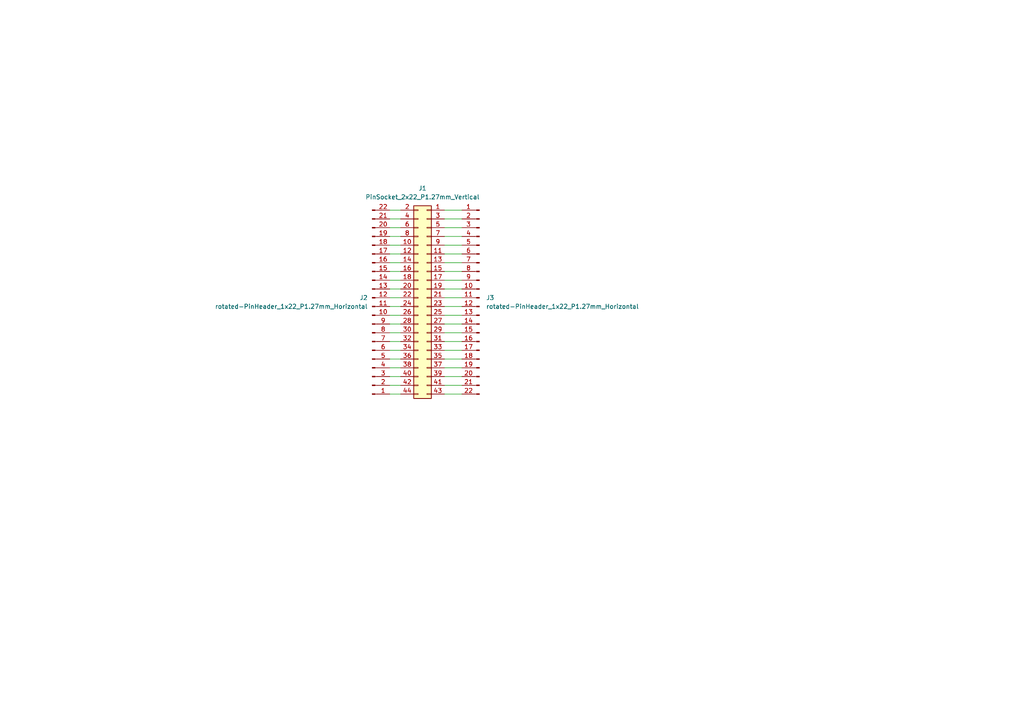
<source format=kicad_sch>
(kicad_sch (version 20211123) (generator eeschema)

  (uuid e63e39d7-6ac0-4ffd-8aa3-1841a4541b55)

  (paper "A4")

  (lib_symbols
    (symbol "Connector:Conn_01x22_Male" (pin_names (offset 1.016) hide) (in_bom yes) (on_board yes)
      (property "Reference" "J" (id 0) (at 0 27.94 0)
        (effects (font (size 1.27 1.27)))
      )
      (property "Value" "Conn_01x22_Male" (id 1) (at 0 -30.48 0)
        (effects (font (size 1.27 1.27)))
      )
      (property "Footprint" "" (id 2) (at 0 0 0)
        (effects (font (size 1.27 1.27)) hide)
      )
      (property "Datasheet" "~" (id 3) (at 0 0 0)
        (effects (font (size 1.27 1.27)) hide)
      )
      (property "ki_keywords" "connector" (id 4) (at 0 0 0)
        (effects (font (size 1.27 1.27)) hide)
      )
      (property "ki_description" "Generic connector, single row, 01x22, script generated (kicad-library-utils/schlib/autogen/connector/)" (id 5) (at 0 0 0)
        (effects (font (size 1.27 1.27)) hide)
      )
      (property "ki_fp_filters" "Connector*:*_1x??_*" (id 6) (at 0 0 0)
        (effects (font (size 1.27 1.27)) hide)
      )
      (symbol "Conn_01x22_Male_1_1"
        (polyline
          (pts
            (xy 1.27 -27.94)
            (xy 0.8636 -27.94)
          )
          (stroke (width 0.1524) (type default) (color 0 0 0 0))
          (fill (type none))
        )
        (polyline
          (pts
            (xy 1.27 -25.4)
            (xy 0.8636 -25.4)
          )
          (stroke (width 0.1524) (type default) (color 0 0 0 0))
          (fill (type none))
        )
        (polyline
          (pts
            (xy 1.27 -22.86)
            (xy 0.8636 -22.86)
          )
          (stroke (width 0.1524) (type default) (color 0 0 0 0))
          (fill (type none))
        )
        (polyline
          (pts
            (xy 1.27 -20.32)
            (xy 0.8636 -20.32)
          )
          (stroke (width 0.1524) (type default) (color 0 0 0 0))
          (fill (type none))
        )
        (polyline
          (pts
            (xy 1.27 -17.78)
            (xy 0.8636 -17.78)
          )
          (stroke (width 0.1524) (type default) (color 0 0 0 0))
          (fill (type none))
        )
        (polyline
          (pts
            (xy 1.27 -15.24)
            (xy 0.8636 -15.24)
          )
          (stroke (width 0.1524) (type default) (color 0 0 0 0))
          (fill (type none))
        )
        (polyline
          (pts
            (xy 1.27 -12.7)
            (xy 0.8636 -12.7)
          )
          (stroke (width 0.1524) (type default) (color 0 0 0 0))
          (fill (type none))
        )
        (polyline
          (pts
            (xy 1.27 -10.16)
            (xy 0.8636 -10.16)
          )
          (stroke (width 0.1524) (type default) (color 0 0 0 0))
          (fill (type none))
        )
        (polyline
          (pts
            (xy 1.27 -7.62)
            (xy 0.8636 -7.62)
          )
          (stroke (width 0.1524) (type default) (color 0 0 0 0))
          (fill (type none))
        )
        (polyline
          (pts
            (xy 1.27 -5.08)
            (xy 0.8636 -5.08)
          )
          (stroke (width 0.1524) (type default) (color 0 0 0 0))
          (fill (type none))
        )
        (polyline
          (pts
            (xy 1.27 -2.54)
            (xy 0.8636 -2.54)
          )
          (stroke (width 0.1524) (type default) (color 0 0 0 0))
          (fill (type none))
        )
        (polyline
          (pts
            (xy 1.27 0)
            (xy 0.8636 0)
          )
          (stroke (width 0.1524) (type default) (color 0 0 0 0))
          (fill (type none))
        )
        (polyline
          (pts
            (xy 1.27 2.54)
            (xy 0.8636 2.54)
          )
          (stroke (width 0.1524) (type default) (color 0 0 0 0))
          (fill (type none))
        )
        (polyline
          (pts
            (xy 1.27 5.08)
            (xy 0.8636 5.08)
          )
          (stroke (width 0.1524) (type default) (color 0 0 0 0))
          (fill (type none))
        )
        (polyline
          (pts
            (xy 1.27 7.62)
            (xy 0.8636 7.62)
          )
          (stroke (width 0.1524) (type default) (color 0 0 0 0))
          (fill (type none))
        )
        (polyline
          (pts
            (xy 1.27 10.16)
            (xy 0.8636 10.16)
          )
          (stroke (width 0.1524) (type default) (color 0 0 0 0))
          (fill (type none))
        )
        (polyline
          (pts
            (xy 1.27 12.7)
            (xy 0.8636 12.7)
          )
          (stroke (width 0.1524) (type default) (color 0 0 0 0))
          (fill (type none))
        )
        (polyline
          (pts
            (xy 1.27 15.24)
            (xy 0.8636 15.24)
          )
          (stroke (width 0.1524) (type default) (color 0 0 0 0))
          (fill (type none))
        )
        (polyline
          (pts
            (xy 1.27 17.78)
            (xy 0.8636 17.78)
          )
          (stroke (width 0.1524) (type default) (color 0 0 0 0))
          (fill (type none))
        )
        (polyline
          (pts
            (xy 1.27 20.32)
            (xy 0.8636 20.32)
          )
          (stroke (width 0.1524) (type default) (color 0 0 0 0))
          (fill (type none))
        )
        (polyline
          (pts
            (xy 1.27 22.86)
            (xy 0.8636 22.86)
          )
          (stroke (width 0.1524) (type default) (color 0 0 0 0))
          (fill (type none))
        )
        (polyline
          (pts
            (xy 1.27 25.4)
            (xy 0.8636 25.4)
          )
          (stroke (width 0.1524) (type default) (color 0 0 0 0))
          (fill (type none))
        )
        (rectangle (start 0.8636 -27.813) (end 0 -28.067)
          (stroke (width 0.1524) (type default) (color 0 0 0 0))
          (fill (type outline))
        )
        (rectangle (start 0.8636 -25.273) (end 0 -25.527)
          (stroke (width 0.1524) (type default) (color 0 0 0 0))
          (fill (type outline))
        )
        (rectangle (start 0.8636 -22.733) (end 0 -22.987)
          (stroke (width 0.1524) (type default) (color 0 0 0 0))
          (fill (type outline))
        )
        (rectangle (start 0.8636 -20.193) (end 0 -20.447)
          (stroke (width 0.1524) (type default) (color 0 0 0 0))
          (fill (type outline))
        )
        (rectangle (start 0.8636 -17.653) (end 0 -17.907)
          (stroke (width 0.1524) (type default) (color 0 0 0 0))
          (fill (type outline))
        )
        (rectangle (start 0.8636 -15.113) (end 0 -15.367)
          (stroke (width 0.1524) (type default) (color 0 0 0 0))
          (fill (type outline))
        )
        (rectangle (start 0.8636 -12.573) (end 0 -12.827)
          (stroke (width 0.1524) (type default) (color 0 0 0 0))
          (fill (type outline))
        )
        (rectangle (start 0.8636 -10.033) (end 0 -10.287)
          (stroke (width 0.1524) (type default) (color 0 0 0 0))
          (fill (type outline))
        )
        (rectangle (start 0.8636 -7.493) (end 0 -7.747)
          (stroke (width 0.1524) (type default) (color 0 0 0 0))
          (fill (type outline))
        )
        (rectangle (start 0.8636 -4.953) (end 0 -5.207)
          (stroke (width 0.1524) (type default) (color 0 0 0 0))
          (fill (type outline))
        )
        (rectangle (start 0.8636 -2.413) (end 0 -2.667)
          (stroke (width 0.1524) (type default) (color 0 0 0 0))
          (fill (type outline))
        )
        (rectangle (start 0.8636 0.127) (end 0 -0.127)
          (stroke (width 0.1524) (type default) (color 0 0 0 0))
          (fill (type outline))
        )
        (rectangle (start 0.8636 2.667) (end 0 2.413)
          (stroke (width 0.1524) (type default) (color 0 0 0 0))
          (fill (type outline))
        )
        (rectangle (start 0.8636 5.207) (end 0 4.953)
          (stroke (width 0.1524) (type default) (color 0 0 0 0))
          (fill (type outline))
        )
        (rectangle (start 0.8636 7.747) (end 0 7.493)
          (stroke (width 0.1524) (type default) (color 0 0 0 0))
          (fill (type outline))
        )
        (rectangle (start 0.8636 10.287) (end 0 10.033)
          (stroke (width 0.1524) (type default) (color 0 0 0 0))
          (fill (type outline))
        )
        (rectangle (start 0.8636 12.827) (end 0 12.573)
          (stroke (width 0.1524) (type default) (color 0 0 0 0))
          (fill (type outline))
        )
        (rectangle (start 0.8636 15.367) (end 0 15.113)
          (stroke (width 0.1524) (type default) (color 0 0 0 0))
          (fill (type outline))
        )
        (rectangle (start 0.8636 17.907) (end 0 17.653)
          (stroke (width 0.1524) (type default) (color 0 0 0 0))
          (fill (type outline))
        )
        (rectangle (start 0.8636 20.447) (end 0 20.193)
          (stroke (width 0.1524) (type default) (color 0 0 0 0))
          (fill (type outline))
        )
        (rectangle (start 0.8636 22.987) (end 0 22.733)
          (stroke (width 0.1524) (type default) (color 0 0 0 0))
          (fill (type outline))
        )
        (rectangle (start 0.8636 25.527) (end 0 25.273)
          (stroke (width 0.1524) (type default) (color 0 0 0 0))
          (fill (type outline))
        )
        (pin passive line (at 5.08 25.4 180) (length 3.81)
          (name "Pin_1" (effects (font (size 1.27 1.27))))
          (number "1" (effects (font (size 1.27 1.27))))
        )
        (pin passive line (at 5.08 2.54 180) (length 3.81)
          (name "Pin_10" (effects (font (size 1.27 1.27))))
          (number "10" (effects (font (size 1.27 1.27))))
        )
        (pin passive line (at 5.08 0 180) (length 3.81)
          (name "Pin_11" (effects (font (size 1.27 1.27))))
          (number "11" (effects (font (size 1.27 1.27))))
        )
        (pin passive line (at 5.08 -2.54 180) (length 3.81)
          (name "Pin_12" (effects (font (size 1.27 1.27))))
          (number "12" (effects (font (size 1.27 1.27))))
        )
        (pin passive line (at 5.08 -5.08 180) (length 3.81)
          (name "Pin_13" (effects (font (size 1.27 1.27))))
          (number "13" (effects (font (size 1.27 1.27))))
        )
        (pin passive line (at 5.08 -7.62 180) (length 3.81)
          (name "Pin_14" (effects (font (size 1.27 1.27))))
          (number "14" (effects (font (size 1.27 1.27))))
        )
        (pin passive line (at 5.08 -10.16 180) (length 3.81)
          (name "Pin_15" (effects (font (size 1.27 1.27))))
          (number "15" (effects (font (size 1.27 1.27))))
        )
        (pin passive line (at 5.08 -12.7 180) (length 3.81)
          (name "Pin_16" (effects (font (size 1.27 1.27))))
          (number "16" (effects (font (size 1.27 1.27))))
        )
        (pin passive line (at 5.08 -15.24 180) (length 3.81)
          (name "Pin_17" (effects (font (size 1.27 1.27))))
          (number "17" (effects (font (size 1.27 1.27))))
        )
        (pin passive line (at 5.08 -17.78 180) (length 3.81)
          (name "Pin_18" (effects (font (size 1.27 1.27))))
          (number "18" (effects (font (size 1.27 1.27))))
        )
        (pin passive line (at 5.08 -20.32 180) (length 3.81)
          (name "Pin_19" (effects (font (size 1.27 1.27))))
          (number "19" (effects (font (size 1.27 1.27))))
        )
        (pin passive line (at 5.08 22.86 180) (length 3.81)
          (name "Pin_2" (effects (font (size 1.27 1.27))))
          (number "2" (effects (font (size 1.27 1.27))))
        )
        (pin passive line (at 5.08 -22.86 180) (length 3.81)
          (name "Pin_20" (effects (font (size 1.27 1.27))))
          (number "20" (effects (font (size 1.27 1.27))))
        )
        (pin passive line (at 5.08 -25.4 180) (length 3.81)
          (name "Pin_21" (effects (font (size 1.27 1.27))))
          (number "21" (effects (font (size 1.27 1.27))))
        )
        (pin passive line (at 5.08 -27.94 180) (length 3.81)
          (name "Pin_22" (effects (font (size 1.27 1.27))))
          (number "22" (effects (font (size 1.27 1.27))))
        )
        (pin passive line (at 5.08 20.32 180) (length 3.81)
          (name "Pin_3" (effects (font (size 1.27 1.27))))
          (number "3" (effects (font (size 1.27 1.27))))
        )
        (pin passive line (at 5.08 17.78 180) (length 3.81)
          (name "Pin_4" (effects (font (size 1.27 1.27))))
          (number "4" (effects (font (size 1.27 1.27))))
        )
        (pin passive line (at 5.08 15.24 180) (length 3.81)
          (name "Pin_5" (effects (font (size 1.27 1.27))))
          (number "5" (effects (font (size 1.27 1.27))))
        )
        (pin passive line (at 5.08 12.7 180) (length 3.81)
          (name "Pin_6" (effects (font (size 1.27 1.27))))
          (number "6" (effects (font (size 1.27 1.27))))
        )
        (pin passive line (at 5.08 10.16 180) (length 3.81)
          (name "Pin_7" (effects (font (size 1.27 1.27))))
          (number "7" (effects (font (size 1.27 1.27))))
        )
        (pin passive line (at 5.08 7.62 180) (length 3.81)
          (name "Pin_8" (effects (font (size 1.27 1.27))))
          (number "8" (effects (font (size 1.27 1.27))))
        )
        (pin passive line (at 5.08 5.08 180) (length 3.81)
          (name "Pin_9" (effects (font (size 1.27 1.27))))
          (number "9" (effects (font (size 1.27 1.27))))
        )
      )
    )
    (symbol "Connector_Generic:Conn_02x22_Odd_Even" (pin_names (offset 1.016) hide) (in_bom yes) (on_board yes)
      (property "Reference" "J" (id 0) (at 1.27 27.94 0)
        (effects (font (size 1.27 1.27)))
      )
      (property "Value" "Conn_02x22_Odd_Even" (id 1) (at 1.27 -30.48 0)
        (effects (font (size 1.27 1.27)))
      )
      (property "Footprint" "" (id 2) (at 0 0 0)
        (effects (font (size 1.27 1.27)) hide)
      )
      (property "Datasheet" "~" (id 3) (at 0 0 0)
        (effects (font (size 1.27 1.27)) hide)
      )
      (property "ki_keywords" "connector" (id 4) (at 0 0 0)
        (effects (font (size 1.27 1.27)) hide)
      )
      (property "ki_description" "Generic connector, double row, 02x22, odd/even pin numbering scheme (row 1 odd numbers, row 2 even numbers), script generated (kicad-library-utils/schlib/autogen/connector/)" (id 5) (at 0 0 0)
        (effects (font (size 1.27 1.27)) hide)
      )
      (property "ki_fp_filters" "Connector*:*_2x??_*" (id 6) (at 0 0 0)
        (effects (font (size 1.27 1.27)) hide)
      )
      (symbol "Conn_02x22_Odd_Even_1_1"
        (rectangle (start -1.27 -27.813) (end 0 -28.067)
          (stroke (width 0.1524) (type default) (color 0 0 0 0))
          (fill (type none))
        )
        (rectangle (start -1.27 -25.273) (end 0 -25.527)
          (stroke (width 0.1524) (type default) (color 0 0 0 0))
          (fill (type none))
        )
        (rectangle (start -1.27 -22.733) (end 0 -22.987)
          (stroke (width 0.1524) (type default) (color 0 0 0 0))
          (fill (type none))
        )
        (rectangle (start -1.27 -20.193) (end 0 -20.447)
          (stroke (width 0.1524) (type default) (color 0 0 0 0))
          (fill (type none))
        )
        (rectangle (start -1.27 -17.653) (end 0 -17.907)
          (stroke (width 0.1524) (type default) (color 0 0 0 0))
          (fill (type none))
        )
        (rectangle (start -1.27 -15.113) (end 0 -15.367)
          (stroke (width 0.1524) (type default) (color 0 0 0 0))
          (fill (type none))
        )
        (rectangle (start -1.27 -12.573) (end 0 -12.827)
          (stroke (width 0.1524) (type default) (color 0 0 0 0))
          (fill (type none))
        )
        (rectangle (start -1.27 -10.033) (end 0 -10.287)
          (stroke (width 0.1524) (type default) (color 0 0 0 0))
          (fill (type none))
        )
        (rectangle (start -1.27 -7.493) (end 0 -7.747)
          (stroke (width 0.1524) (type default) (color 0 0 0 0))
          (fill (type none))
        )
        (rectangle (start -1.27 -4.953) (end 0 -5.207)
          (stroke (width 0.1524) (type default) (color 0 0 0 0))
          (fill (type none))
        )
        (rectangle (start -1.27 -2.413) (end 0 -2.667)
          (stroke (width 0.1524) (type default) (color 0 0 0 0))
          (fill (type none))
        )
        (rectangle (start -1.27 0.127) (end 0 -0.127)
          (stroke (width 0.1524) (type default) (color 0 0 0 0))
          (fill (type none))
        )
        (rectangle (start -1.27 2.667) (end 0 2.413)
          (stroke (width 0.1524) (type default) (color 0 0 0 0))
          (fill (type none))
        )
        (rectangle (start -1.27 5.207) (end 0 4.953)
          (stroke (width 0.1524) (type default) (color 0 0 0 0))
          (fill (type none))
        )
        (rectangle (start -1.27 7.747) (end 0 7.493)
          (stroke (width 0.1524) (type default) (color 0 0 0 0))
          (fill (type none))
        )
        (rectangle (start -1.27 10.287) (end 0 10.033)
          (stroke (width 0.1524) (type default) (color 0 0 0 0))
          (fill (type none))
        )
        (rectangle (start -1.27 12.827) (end 0 12.573)
          (stroke (width 0.1524) (type default) (color 0 0 0 0))
          (fill (type none))
        )
        (rectangle (start -1.27 15.367) (end 0 15.113)
          (stroke (width 0.1524) (type default) (color 0 0 0 0))
          (fill (type none))
        )
        (rectangle (start -1.27 17.907) (end 0 17.653)
          (stroke (width 0.1524) (type default) (color 0 0 0 0))
          (fill (type none))
        )
        (rectangle (start -1.27 20.447) (end 0 20.193)
          (stroke (width 0.1524) (type default) (color 0 0 0 0))
          (fill (type none))
        )
        (rectangle (start -1.27 22.987) (end 0 22.733)
          (stroke (width 0.1524) (type default) (color 0 0 0 0))
          (fill (type none))
        )
        (rectangle (start -1.27 25.527) (end 0 25.273)
          (stroke (width 0.1524) (type default) (color 0 0 0 0))
          (fill (type none))
        )
        (rectangle (start -1.27 26.67) (end 3.81 -29.21)
          (stroke (width 0.254) (type default) (color 0 0 0 0))
          (fill (type background))
        )
        (rectangle (start 3.81 -27.813) (end 2.54 -28.067)
          (stroke (width 0.1524) (type default) (color 0 0 0 0))
          (fill (type none))
        )
        (rectangle (start 3.81 -25.273) (end 2.54 -25.527)
          (stroke (width 0.1524) (type default) (color 0 0 0 0))
          (fill (type none))
        )
        (rectangle (start 3.81 -22.733) (end 2.54 -22.987)
          (stroke (width 0.1524) (type default) (color 0 0 0 0))
          (fill (type none))
        )
        (rectangle (start 3.81 -20.193) (end 2.54 -20.447)
          (stroke (width 0.1524) (type default) (color 0 0 0 0))
          (fill (type none))
        )
        (rectangle (start 3.81 -17.653) (end 2.54 -17.907)
          (stroke (width 0.1524) (type default) (color 0 0 0 0))
          (fill (type none))
        )
        (rectangle (start 3.81 -15.113) (end 2.54 -15.367)
          (stroke (width 0.1524) (type default) (color 0 0 0 0))
          (fill (type none))
        )
        (rectangle (start 3.81 -12.573) (end 2.54 -12.827)
          (stroke (width 0.1524) (type default) (color 0 0 0 0))
          (fill (type none))
        )
        (rectangle (start 3.81 -10.033) (end 2.54 -10.287)
          (stroke (width 0.1524) (type default) (color 0 0 0 0))
          (fill (type none))
        )
        (rectangle (start 3.81 -7.493) (end 2.54 -7.747)
          (stroke (width 0.1524) (type default) (color 0 0 0 0))
          (fill (type none))
        )
        (rectangle (start 3.81 -4.953) (end 2.54 -5.207)
          (stroke (width 0.1524) (type default) (color 0 0 0 0))
          (fill (type none))
        )
        (rectangle (start 3.81 -2.413) (end 2.54 -2.667)
          (stroke (width 0.1524) (type default) (color 0 0 0 0))
          (fill (type none))
        )
        (rectangle (start 3.81 0.127) (end 2.54 -0.127)
          (stroke (width 0.1524) (type default) (color 0 0 0 0))
          (fill (type none))
        )
        (rectangle (start 3.81 2.667) (end 2.54 2.413)
          (stroke (width 0.1524) (type default) (color 0 0 0 0))
          (fill (type none))
        )
        (rectangle (start 3.81 5.207) (end 2.54 4.953)
          (stroke (width 0.1524) (type default) (color 0 0 0 0))
          (fill (type none))
        )
        (rectangle (start 3.81 7.747) (end 2.54 7.493)
          (stroke (width 0.1524) (type default) (color 0 0 0 0))
          (fill (type none))
        )
        (rectangle (start 3.81 10.287) (end 2.54 10.033)
          (stroke (width 0.1524) (type default) (color 0 0 0 0))
          (fill (type none))
        )
        (rectangle (start 3.81 12.827) (end 2.54 12.573)
          (stroke (width 0.1524) (type default) (color 0 0 0 0))
          (fill (type none))
        )
        (rectangle (start 3.81 15.367) (end 2.54 15.113)
          (stroke (width 0.1524) (type default) (color 0 0 0 0))
          (fill (type none))
        )
        (rectangle (start 3.81 17.907) (end 2.54 17.653)
          (stroke (width 0.1524) (type default) (color 0 0 0 0))
          (fill (type none))
        )
        (rectangle (start 3.81 20.447) (end 2.54 20.193)
          (stroke (width 0.1524) (type default) (color 0 0 0 0))
          (fill (type none))
        )
        (rectangle (start 3.81 22.987) (end 2.54 22.733)
          (stroke (width 0.1524) (type default) (color 0 0 0 0))
          (fill (type none))
        )
        (rectangle (start 3.81 25.527) (end 2.54 25.273)
          (stroke (width 0.1524) (type default) (color 0 0 0 0))
          (fill (type none))
        )
        (pin passive line (at -5.08 25.4 0) (length 3.81)
          (name "Pin_1" (effects (font (size 1.27 1.27))))
          (number "1" (effects (font (size 1.27 1.27))))
        )
        (pin passive line (at 7.62 15.24 180) (length 3.81)
          (name "Pin_10" (effects (font (size 1.27 1.27))))
          (number "10" (effects (font (size 1.27 1.27))))
        )
        (pin passive line (at -5.08 12.7 0) (length 3.81)
          (name "Pin_11" (effects (font (size 1.27 1.27))))
          (number "11" (effects (font (size 1.27 1.27))))
        )
        (pin passive line (at 7.62 12.7 180) (length 3.81)
          (name "Pin_12" (effects (font (size 1.27 1.27))))
          (number "12" (effects (font (size 1.27 1.27))))
        )
        (pin passive line (at -5.08 10.16 0) (length 3.81)
          (name "Pin_13" (effects (font (size 1.27 1.27))))
          (number "13" (effects (font (size 1.27 1.27))))
        )
        (pin passive line (at 7.62 10.16 180) (length 3.81)
          (name "Pin_14" (effects (font (size 1.27 1.27))))
          (number "14" (effects (font (size 1.27 1.27))))
        )
        (pin passive line (at -5.08 7.62 0) (length 3.81)
          (name "Pin_15" (effects (font (size 1.27 1.27))))
          (number "15" (effects (font (size 1.27 1.27))))
        )
        (pin passive line (at 7.62 7.62 180) (length 3.81)
          (name "Pin_16" (effects (font (size 1.27 1.27))))
          (number "16" (effects (font (size 1.27 1.27))))
        )
        (pin passive line (at -5.08 5.08 0) (length 3.81)
          (name "Pin_17" (effects (font (size 1.27 1.27))))
          (number "17" (effects (font (size 1.27 1.27))))
        )
        (pin passive line (at 7.62 5.08 180) (length 3.81)
          (name "Pin_18" (effects (font (size 1.27 1.27))))
          (number "18" (effects (font (size 1.27 1.27))))
        )
        (pin passive line (at -5.08 2.54 0) (length 3.81)
          (name "Pin_19" (effects (font (size 1.27 1.27))))
          (number "19" (effects (font (size 1.27 1.27))))
        )
        (pin passive line (at 7.62 25.4 180) (length 3.81)
          (name "Pin_2" (effects (font (size 1.27 1.27))))
          (number "2" (effects (font (size 1.27 1.27))))
        )
        (pin passive line (at 7.62 2.54 180) (length 3.81)
          (name "Pin_20" (effects (font (size 1.27 1.27))))
          (number "20" (effects (font (size 1.27 1.27))))
        )
        (pin passive line (at -5.08 0 0) (length 3.81)
          (name "Pin_21" (effects (font (size 1.27 1.27))))
          (number "21" (effects (font (size 1.27 1.27))))
        )
        (pin passive line (at 7.62 0 180) (length 3.81)
          (name "Pin_22" (effects (font (size 1.27 1.27))))
          (number "22" (effects (font (size 1.27 1.27))))
        )
        (pin passive line (at -5.08 -2.54 0) (length 3.81)
          (name "Pin_23" (effects (font (size 1.27 1.27))))
          (number "23" (effects (font (size 1.27 1.27))))
        )
        (pin passive line (at 7.62 -2.54 180) (length 3.81)
          (name "Pin_24" (effects (font (size 1.27 1.27))))
          (number "24" (effects (font (size 1.27 1.27))))
        )
        (pin passive line (at -5.08 -5.08 0) (length 3.81)
          (name "Pin_25" (effects (font (size 1.27 1.27))))
          (number "25" (effects (font (size 1.27 1.27))))
        )
        (pin passive line (at 7.62 -5.08 180) (length 3.81)
          (name "Pin_26" (effects (font (size 1.27 1.27))))
          (number "26" (effects (font (size 1.27 1.27))))
        )
        (pin passive line (at -5.08 -7.62 0) (length 3.81)
          (name "Pin_27" (effects (font (size 1.27 1.27))))
          (number "27" (effects (font (size 1.27 1.27))))
        )
        (pin passive line (at 7.62 -7.62 180) (length 3.81)
          (name "Pin_28" (effects (font (size 1.27 1.27))))
          (number "28" (effects (font (size 1.27 1.27))))
        )
        (pin passive line (at -5.08 -10.16 0) (length 3.81)
          (name "Pin_29" (effects (font (size 1.27 1.27))))
          (number "29" (effects (font (size 1.27 1.27))))
        )
        (pin passive line (at -5.08 22.86 0) (length 3.81)
          (name "Pin_3" (effects (font (size 1.27 1.27))))
          (number "3" (effects (font (size 1.27 1.27))))
        )
        (pin passive line (at 7.62 -10.16 180) (length 3.81)
          (name "Pin_30" (effects (font (size 1.27 1.27))))
          (number "30" (effects (font (size 1.27 1.27))))
        )
        (pin passive line (at -5.08 -12.7 0) (length 3.81)
          (name "Pin_31" (effects (font (size 1.27 1.27))))
          (number "31" (effects (font (size 1.27 1.27))))
        )
        (pin passive line (at 7.62 -12.7 180) (length 3.81)
          (name "Pin_32" (effects (font (size 1.27 1.27))))
          (number "32" (effects (font (size 1.27 1.27))))
        )
        (pin passive line (at -5.08 -15.24 0) (length 3.81)
          (name "Pin_33" (effects (font (size 1.27 1.27))))
          (number "33" (effects (font (size 1.27 1.27))))
        )
        (pin passive line (at 7.62 -15.24 180) (length 3.81)
          (name "Pin_34" (effects (font (size 1.27 1.27))))
          (number "34" (effects (font (size 1.27 1.27))))
        )
        (pin passive line (at -5.08 -17.78 0) (length 3.81)
          (name "Pin_35" (effects (font (size 1.27 1.27))))
          (number "35" (effects (font (size 1.27 1.27))))
        )
        (pin passive line (at 7.62 -17.78 180) (length 3.81)
          (name "Pin_36" (effects (font (size 1.27 1.27))))
          (number "36" (effects (font (size 1.27 1.27))))
        )
        (pin passive line (at -5.08 -20.32 0) (length 3.81)
          (name "Pin_37" (effects (font (size 1.27 1.27))))
          (number "37" (effects (font (size 1.27 1.27))))
        )
        (pin passive line (at 7.62 -20.32 180) (length 3.81)
          (name "Pin_38" (effects (font (size 1.27 1.27))))
          (number "38" (effects (font (size 1.27 1.27))))
        )
        (pin passive line (at -5.08 -22.86 0) (length 3.81)
          (name "Pin_39" (effects (font (size 1.27 1.27))))
          (number "39" (effects (font (size 1.27 1.27))))
        )
        (pin passive line (at 7.62 22.86 180) (length 3.81)
          (name "Pin_4" (effects (font (size 1.27 1.27))))
          (number "4" (effects (font (size 1.27 1.27))))
        )
        (pin passive line (at 7.62 -22.86 180) (length 3.81)
          (name "Pin_40" (effects (font (size 1.27 1.27))))
          (number "40" (effects (font (size 1.27 1.27))))
        )
        (pin passive line (at -5.08 -25.4 0) (length 3.81)
          (name "Pin_41" (effects (font (size 1.27 1.27))))
          (number "41" (effects (font (size 1.27 1.27))))
        )
        (pin passive line (at 7.62 -25.4 180) (length 3.81)
          (name "Pin_42" (effects (font (size 1.27 1.27))))
          (number "42" (effects (font (size 1.27 1.27))))
        )
        (pin passive line (at -5.08 -27.94 0) (length 3.81)
          (name "Pin_43" (effects (font (size 1.27 1.27))))
          (number "43" (effects (font (size 1.27 1.27))))
        )
        (pin passive line (at 7.62 -27.94 180) (length 3.81)
          (name "Pin_44" (effects (font (size 1.27 1.27))))
          (number "44" (effects (font (size 1.27 1.27))))
        )
        (pin passive line (at -5.08 20.32 0) (length 3.81)
          (name "Pin_5" (effects (font (size 1.27 1.27))))
          (number "5" (effects (font (size 1.27 1.27))))
        )
        (pin passive line (at 7.62 20.32 180) (length 3.81)
          (name "Pin_6" (effects (font (size 1.27 1.27))))
          (number "6" (effects (font (size 1.27 1.27))))
        )
        (pin passive line (at -5.08 17.78 0) (length 3.81)
          (name "Pin_7" (effects (font (size 1.27 1.27))))
          (number "7" (effects (font (size 1.27 1.27))))
        )
        (pin passive line (at 7.62 17.78 180) (length 3.81)
          (name "Pin_8" (effects (font (size 1.27 1.27))))
          (number "8" (effects (font (size 1.27 1.27))))
        )
        (pin passive line (at -5.08 15.24 0) (length 3.81)
          (name "Pin_9" (effects (font (size 1.27 1.27))))
          (number "9" (effects (font (size 1.27 1.27))))
        )
      )
    )
  )


  (wire (pts (xy 113.03 68.58) (xy 116.205 68.58))
    (stroke (width 0) (type default) (color 0 0 0 0))
    (uuid 0473fc60-ac23-4cd2-ae03-b5e80d54464b)
  )
  (wire (pts (xy 133.985 106.68) (xy 128.905 106.68))
    (stroke (width 0) (type default) (color 0 0 0 0))
    (uuid 06dc8927-35a4-48a3-a832-fd53df0a5dcf)
  )
  (wire (pts (xy 113.03 66.04) (xy 116.205 66.04))
    (stroke (width 0) (type default) (color 0 0 0 0))
    (uuid 0d749c8f-bed6-4499-a73f-fac37388788a)
  )
  (wire (pts (xy 113.03 78.74) (xy 116.205 78.74))
    (stroke (width 0) (type default) (color 0 0 0 0))
    (uuid 0dcf7c8d-5d85-4bca-9cff-eaa437912874)
  )
  (wire (pts (xy 133.985 63.5) (xy 128.905 63.5))
    (stroke (width 0) (type default) (color 0 0 0 0))
    (uuid 0f9c3db1-94d8-41b2-860a-a0d456391f5a)
  )
  (wire (pts (xy 113.03 101.6) (xy 116.205 101.6))
    (stroke (width 0) (type default) (color 0 0 0 0))
    (uuid 158dc391-a8b6-4112-9f13-07170b84b962)
  )
  (wire (pts (xy 133.985 81.28) (xy 128.905 81.28))
    (stroke (width 0) (type default) (color 0 0 0 0))
    (uuid 161ec442-ece5-4162-8beb-db8b7caf9834)
  )
  (wire (pts (xy 133.985 83.82) (xy 128.905 83.82))
    (stroke (width 0) (type default) (color 0 0 0 0))
    (uuid 1c3ceec7-2b83-4ef3-9bdf-7336b02a5d9e)
  )
  (wire (pts (xy 113.03 63.5) (xy 116.205 63.5))
    (stroke (width 0) (type default) (color 0 0 0 0))
    (uuid 2242246c-b888-4284-826d-c81395e54110)
  )
  (wire (pts (xy 113.03 111.76) (xy 116.205 111.76))
    (stroke (width 0) (type default) (color 0 0 0 0))
    (uuid 23983f87-e93a-4617-9a84-35bac88f477b)
  )
  (wire (pts (xy 133.985 60.96) (xy 128.905 60.96))
    (stroke (width 0) (type default) (color 0 0 0 0))
    (uuid 28b4816d-5a46-45f6-af13-081df2b71328)
  )
  (wire (pts (xy 113.03 109.22) (xy 116.205 109.22))
    (stroke (width 0) (type default) (color 0 0 0 0))
    (uuid 2971446e-5c97-4562-bc8c-d322c160fc35)
  )
  (wire (pts (xy 113.03 83.82) (xy 116.205 83.82))
    (stroke (width 0) (type default) (color 0 0 0 0))
    (uuid 2a27e4b9-d3bd-4ceb-aa12-3da4de8a00b0)
  )
  (wire (pts (xy 133.985 76.2) (xy 128.905 76.2))
    (stroke (width 0) (type default) (color 0 0 0 0))
    (uuid 2a4a4f16-c544-4ba9-8dd1-179b8562c41a)
  )
  (wire (pts (xy 133.985 86.36) (xy 128.905 86.36))
    (stroke (width 0) (type default) (color 0 0 0 0))
    (uuid 313a2070-75c8-4a0f-b24a-18ba165ccb41)
  )
  (wire (pts (xy 133.985 66.04) (xy 128.905 66.04))
    (stroke (width 0) (type default) (color 0 0 0 0))
    (uuid 39e462bb-efbc-422c-8369-63ceccf0dd11)
  )
  (wire (pts (xy 113.03 76.2) (xy 116.205 76.2))
    (stroke (width 0) (type default) (color 0 0 0 0))
    (uuid 3d141843-40ba-4eb2-bba3-a7420d01461f)
  )
  (wire (pts (xy 133.985 96.52) (xy 128.905 96.52))
    (stroke (width 0) (type default) (color 0 0 0 0))
    (uuid 5456126b-fd97-4f31-ba73-1eae38bac7da)
  )
  (wire (pts (xy 113.03 71.12) (xy 116.205 71.12))
    (stroke (width 0) (type default) (color 0 0 0 0))
    (uuid 5ff5af3c-8605-4d8d-a43e-752ef490c614)
  )
  (wire (pts (xy 133.985 88.9) (xy 128.905 88.9))
    (stroke (width 0) (type default) (color 0 0 0 0))
    (uuid 715b2036-ff4c-4148-94d5-ac34085833ac)
  )
  (wire (pts (xy 113.03 104.14) (xy 116.205 104.14))
    (stroke (width 0) (type default) (color 0 0 0 0))
    (uuid 7d425d7b-466a-4f11-9426-1b60d8841dd2)
  )
  (wire (pts (xy 133.985 78.74) (xy 128.905 78.74))
    (stroke (width 0) (type default) (color 0 0 0 0))
    (uuid 8ac25eab-e2c5-412e-a490-2a897b292bcb)
  )
  (wire (pts (xy 113.03 60.96) (xy 116.205 60.96))
    (stroke (width 0) (type default) (color 0 0 0 0))
    (uuid 95180892-14d4-4e21-84e2-ea804e5fbd51)
  )
  (wire (pts (xy 133.985 71.12) (xy 128.905 71.12))
    (stroke (width 0) (type default) (color 0 0 0 0))
    (uuid 9743a760-1eb2-46a5-99fe-7332617e342a)
  )
  (wire (pts (xy 113.03 106.68) (xy 116.205 106.68))
    (stroke (width 0) (type default) (color 0 0 0 0))
    (uuid 9a764bb6-38f6-4079-835d-4e834499a1d0)
  )
  (wire (pts (xy 113.03 96.52) (xy 116.205 96.52))
    (stroke (width 0) (type default) (color 0 0 0 0))
    (uuid 9e999441-a8ac-450f-b4aa-602eef7c8b26)
  )
  (wire (pts (xy 113.03 91.44) (xy 116.205 91.44))
    (stroke (width 0) (type default) (color 0 0 0 0))
    (uuid aa420d12-2453-40a4-bf06-73b643512b8b)
  )
  (wire (pts (xy 113.03 99.06) (xy 116.205 99.06))
    (stroke (width 0) (type default) (color 0 0 0 0))
    (uuid aefa2033-d1bb-4741-a40b-6f1e9046ca77)
  )
  (wire (pts (xy 133.985 109.22) (xy 128.905 109.22))
    (stroke (width 0) (type default) (color 0 0 0 0))
    (uuid af18bc41-0348-41e4-ab79-ffa717cb050f)
  )
  (wire (pts (xy 133.985 68.58) (xy 128.905 68.58))
    (stroke (width 0) (type default) (color 0 0 0 0))
    (uuid b1de99b3-013e-42dd-8c95-991e438a2608)
  )
  (wire (pts (xy 133.985 101.6) (xy 128.905 101.6))
    (stroke (width 0) (type default) (color 0 0 0 0))
    (uuid c11b9017-ccfe-4c7d-a9f8-3ab19fef0769)
  )
  (wire (pts (xy 133.985 93.98) (xy 128.905 93.98))
    (stroke (width 0) (type default) (color 0 0 0 0))
    (uuid c5f38435-4bcb-42e9-ae39-72148a0c9a45)
  )
  (wire (pts (xy 133.985 99.06) (xy 128.905 99.06))
    (stroke (width 0) (type default) (color 0 0 0 0))
    (uuid c714b858-f9b8-4651-9ae3-d01ac0ff3c38)
  )
  (wire (pts (xy 113.03 73.66) (xy 116.205 73.66))
    (stroke (width 0) (type default) (color 0 0 0 0))
    (uuid c754bea2-56dd-4282-b796-8f0a0eed7e58)
  )
  (wire (pts (xy 133.985 114.3) (xy 128.905 114.3))
    (stroke (width 0) (type default) (color 0 0 0 0))
    (uuid c97f05e2-2381-4493-8691-5ec8a23b826e)
  )
  (wire (pts (xy 113.03 81.28) (xy 116.205 81.28))
    (stroke (width 0) (type default) (color 0 0 0 0))
    (uuid d1b1974d-d2a5-49fb-91cc-696a5d21e30a)
  )
  (wire (pts (xy 133.985 104.14) (xy 128.905 104.14))
    (stroke (width 0) (type default) (color 0 0 0 0))
    (uuid d878ab92-b98f-4074-8b93-b77c1b533706)
  )
  (wire (pts (xy 133.985 111.76) (xy 128.905 111.76))
    (stroke (width 0) (type default) (color 0 0 0 0))
    (uuid e0b59413-c3f0-4c24-9ec6-7c485eed8309)
  )
  (wire (pts (xy 133.985 73.66) (xy 128.905 73.66))
    (stroke (width 0) (type default) (color 0 0 0 0))
    (uuid e2faad85-29ce-4bfe-b0ac-d5c78755f494)
  )
  (wire (pts (xy 113.03 114.3) (xy 116.205 114.3))
    (stroke (width 0) (type default) (color 0 0 0 0))
    (uuid e9b7b0ae-67df-4328-9933-8ce9b1a52f32)
  )
  (wire (pts (xy 113.03 88.9) (xy 116.205 88.9))
    (stroke (width 0) (type default) (color 0 0 0 0))
    (uuid f0535fc7-8ec3-4881-a4da-d9e5b8028665)
  )
  (wire (pts (xy 133.985 91.44) (xy 128.905 91.44))
    (stroke (width 0) (type default) (color 0 0 0 0))
    (uuid f4093e0c-fbf4-41f2-a65a-2ab783c22908)
  )
  (wire (pts (xy 113.03 86.36) (xy 116.205 86.36))
    (stroke (width 0) (type default) (color 0 0 0 0))
    (uuid f614cdc7-0178-42b6-88c4-3c077996b88a)
  )
  (wire (pts (xy 113.03 93.98) (xy 116.205 93.98))
    (stroke (width 0) (type default) (color 0 0 0 0))
    (uuid f61ba3b2-b436-47ba-8903-616f9c44bc0b)
  )

  (symbol (lib_id "Connector_Generic:Conn_02x22_Odd_Even") (at 123.825 86.36 0) (mirror y) (unit 1)
    (in_bom yes) (on_board yes) (fields_autoplaced)
    (uuid 06f33e51-c3b7-4b6a-b8b4-8aa1707c0bb4)
    (property "Reference" "J1" (id 0) (at 122.555 54.61 0))
    (property "Value" "PinSocket_2x22_P1.27mm_Vertical" (id 1) (at 122.555 57.15 0))
    (property "Footprint" "Connector_PinSocket_1.27mm:PinSocket_2x22_P1.27mm_Vertical" (id 2) (at 123.825 86.36 0)
      (effects (font (size 1.27 1.27)) hide)
    )
    (property "Datasheet" "~" (id 3) (at 123.825 86.36 0)
      (effects (font (size 1.27 1.27)) hide)
    )
    (pin "1" (uuid 0b8faf97-76c6-4bfd-9e17-e5ebc233d1bd))
    (pin "10" (uuid b18aa107-4917-4b78-a196-ff164bec23b0))
    (pin "11" (uuid fd8a700d-e9bf-49f8-bfa0-d097a8bed5e7))
    (pin "12" (uuid d5845f7a-5010-4c58-a702-33af790aa3cb))
    (pin "13" (uuid 376caece-c681-4b90-b3c4-a68f99baae70))
    (pin "14" (uuid 37daf76d-6acb-4d79-aba5-d8ee1af80ddb))
    (pin "15" (uuid 409e3019-3527-438a-a427-234f9de0aa02))
    (pin "16" (uuid 63bcaa16-17f7-44a6-a9c0-ed5f70a899f9))
    (pin "17" (uuid 8e369dfc-7984-47cf-98a8-2b71006e84ff))
    (pin "18" (uuid eca580ce-72a8-49d0-be37-e5a1c85e9a95))
    (pin "19" (uuid 49713539-a099-4551-be2e-f48682420e75))
    (pin "2" (uuid 37c79daf-210c-419f-b444-8b21993bca12))
    (pin "20" (uuid 24d46c1d-66f6-41df-afab-0be2b03c2099))
    (pin "21" (uuid 9f41dfaf-9b4d-4dd2-a433-e3ffebe98d87))
    (pin "22" (uuid 15a56584-8b9a-4a12-ae4e-921edc701375))
    (pin "23" (uuid e2ce540c-a8a8-47da-8ce8-03f65179cb59))
    (pin "24" (uuid 77e9e532-8e43-4f97-b960-bcde5b4a00cc))
    (pin "25" (uuid cb55e1d6-7814-48d5-975e-0e4200345eae))
    (pin "26" (uuid d3faad25-94c3-4975-9596-5e3f505e025a))
    (pin "27" (uuid 5a7663b5-e334-4fbe-b92c-49b1eed40d59))
    (pin "28" (uuid 164bbd0b-38ed-49ce-ad49-dcd1ddf744d7))
    (pin "29" (uuid 1b226dbc-ded6-45d2-b4ac-288b821a4570))
    (pin "3" (uuid 9226d5e0-5c05-4ed7-a102-dbb76a69acb0))
    (pin "30" (uuid df3a4827-b9e3-4bdf-ae06-7ee04716b1a5))
    (pin "31" (uuid 25fe0e82-72f6-4044-bf23-f90682783bf7))
    (pin "32" (uuid 491082f3-dcd8-4462-96e7-f8c4504ed572))
    (pin "33" (uuid 6c09b957-9118-464c-98e2-c2db6014c315))
    (pin "34" (uuid 007c7392-81f2-4be6-83ed-0a58d5e17a80))
    (pin "35" (uuid 4701c342-7c44-45de-849f-db55109e2e6e))
    (pin "36" (uuid 3e6c0586-1bf5-4aab-979e-cc1afbcb09ff))
    (pin "37" (uuid bf3b49d5-4b2f-4a93-ba9b-cdab7466b894))
    (pin "38" (uuid d04bf3c0-4c69-4b51-a0b9-1eaffcca2505))
    (pin "39" (uuid d3f4992e-8b3e-4b45-9f10-4a44972cf947))
    (pin "4" (uuid 8d6f5338-5be7-420a-8b21-2672bbd144f0))
    (pin "40" (uuid b04c9059-5198-4ec7-8124-dd0a0e967a64))
    (pin "41" (uuid 956f374a-84a3-4765-82d7-ac678210128a))
    (pin "42" (uuid 540002dc-3e78-489a-9f87-765310dfa9ba))
    (pin "43" (uuid c578ba74-b9f3-4780-9bf9-3fd5d3845b2b))
    (pin "44" (uuid 955256be-3e46-4c7c-994d-57781e3d0f30))
    (pin "5" (uuid 746e188a-085f-44fd-a848-60344baf06ff))
    (pin "6" (uuid 84bb2529-5093-469d-a1fd-c7b27305e9eb))
    (pin "7" (uuid 18b9fb0a-a242-4c6d-a698-1adb49bb9307))
    (pin "8" (uuid 368de125-6379-4621-ac0c-9e0e07943676))
    (pin "9" (uuid b606d355-4521-4f72-ab31-82cd9f8742c3))
  )

  (symbol (lib_id "Connector:Conn_01x22_Male") (at 107.95 88.9 0) (mirror x) (unit 1)
    (in_bom yes) (on_board yes) (fields_autoplaced)
    (uuid 796509f5-2a1b-4489-8947-31dea7151bba)
    (property "Reference" "J2" (id 0) (at 106.68 86.3599 0)
      (effects (font (size 1.27 1.27)) (justify right))
    )
    (property "Value" "rotated-PinHeader_1x22_P1.27mm_Horizontal" (id 1) (at 106.68 88.8999 0)
      (effects (font (size 1.27 1.27)) (justify right))
    )
    (property "Footprint" "lib:rotated-PinHeader_1x22_P1.27mm_Horizontal" (id 2) (at 107.95 88.9 0)
      (effects (font (size 1.27 1.27)) hide)
    )
    (property "Datasheet" "~" (id 3) (at 107.95 88.9 0)
      (effects (font (size 1.27 1.27)) hide)
    )
    (pin "1" (uuid 385f235d-6f68-41bf-94e3-85c76f147cb3))
    (pin "10" (uuid 24efdba9-c621-4d8a-82ec-94333a3be8b0))
    (pin "11" (uuid 60a1a3b4-a3ae-4681-9728-f27d6346030a))
    (pin "12" (uuid 2fd71249-6619-409b-b5d7-08b242b5553a))
    (pin "13" (uuid 06c8f2a7-adb3-45a0-9a56-4bcacfdf23c6))
    (pin "14" (uuid e90e3e37-b34e-4301-aab9-1901219e0337))
    (pin "15" (uuid 51a51e91-ae1f-49a4-8ea3-d7b2167130c6))
    (pin "16" (uuid 9337a8a3-3960-468f-97ca-f1b49dd10e7b))
    (pin "17" (uuid 32683bcb-7667-4031-a157-2c8b4609ed92))
    (pin "18" (uuid c897a582-96a8-4b78-b59f-37ea1d3a2613))
    (pin "19" (uuid cefae66d-34e2-4bcd-9328-e7f00548529d))
    (pin "2" (uuid 53425874-eddd-4d3c-9151-1198f2aec9e1))
    (pin "20" (uuid a00d56f9-98cb-456f-b777-3a6fe1afb781))
    (pin "21" (uuid 39811676-3636-4597-b7dc-e9cc1ab254a7))
    (pin "22" (uuid 098e6460-a08d-44b2-be0f-81fb9ddf0bd7))
    (pin "3" (uuid 5ca70aa1-d484-48a2-9583-e5abd9991d16))
    (pin "4" (uuid 8e8a7960-ad33-4da0-8fe6-485cf44c84e1))
    (pin "5" (uuid 33176e11-fbd8-4990-972b-ed41e2f0e174))
    (pin "6" (uuid 4b62f3ac-c22f-4269-8a78-816de6b4c129))
    (pin "7" (uuid a73e5e7b-900a-4669-8f89-34419311966b))
    (pin "8" (uuid 4acec03f-ffee-4da3-8518-3d6d3e8e5301))
    (pin "9" (uuid 1b649aa2-fffe-462a-9506-8a592ba6f162))
  )

  (symbol (lib_id "Connector:Conn_01x22_Male") (at 139.065 86.36 0) (mirror y) (unit 1)
    (in_bom yes) (on_board yes) (fields_autoplaced)
    (uuid 8e97c383-8521-4819-9145-48e0109d8c01)
    (property "Reference" "J3" (id 0) (at 140.97 86.3599 0)
      (effects (font (size 1.27 1.27)) (justify right))
    )
    (property "Value" "rotated-PinHeader_1x22_P1.27mm_Horizontal" (id 1) (at 140.97 88.8999 0)
      (effects (font (size 1.27 1.27)) (justify right))
    )
    (property "Footprint" "lib:rotated-PinHeader_1x22_P1.27mm_Horizontal" (id 2) (at 139.065 86.36 0)
      (effects (font (size 1.27 1.27)) hide)
    )
    (property "Datasheet" "~" (id 3) (at 139.065 86.36 0)
      (effects (font (size 1.27 1.27)) hide)
    )
    (pin "1" (uuid c4388743-53ed-4ac5-9b72-0c59f23c2645))
    (pin "10" (uuid 220f6ba7-ad98-4ad0-9066-9d529b057b2b))
    (pin "11" (uuid dbef8969-3621-474d-94f5-c26591031326))
    (pin "12" (uuid 0f4a8ba9-89d9-40bd-a781-7ec47e884fa7))
    (pin "13" (uuid 5561125d-ec8c-4ed8-bfcc-b586d1724b50))
    (pin "14" (uuid a1327a89-17b6-413d-a9a6-eea3a0db6f75))
    (pin "15" (uuid 45d4992c-9765-4759-8a6c-ab77179788f0))
    (pin "16" (uuid c1752ea4-5d7b-4728-9f5c-81c0d927c3ca))
    (pin "17" (uuid ef875e0a-bc9f-4333-ba1e-4ef500f0ba5d))
    (pin "18" (uuid 3fdde4a9-ba14-4768-a7ae-4cba20b46604))
    (pin "19" (uuid 04be9051-771d-4c2a-ab52-5a26f130f938))
    (pin "2" (uuid 9719f300-87df-44fb-85d0-f5de3f0c4a1a))
    (pin "20" (uuid bdccc11b-a682-46f4-8bfa-17c218c1f848))
    (pin "21" (uuid 69facc81-6451-4aab-8cd3-5feedd0f6479))
    (pin "22" (uuid debec991-5547-4dbd-b57d-c9a315ca7856))
    (pin "3" (uuid 79d6aa62-1f44-42df-a1b9-0ac101d905d5))
    (pin "4" (uuid ddfd383d-7a61-4e32-8e40-5179f5f71b8b))
    (pin "5" (uuid 5404fb97-222c-4ccb-864f-455ee240572c))
    (pin "6" (uuid 6fd6c14a-b241-49a1-aaa6-8aec1b23437d))
    (pin "7" (uuid f179e3b4-d763-46f8-9d92-13dcd217fd5e))
    (pin "8" (uuid 7d0b1101-5f2a-46d5-a657-ca609885ef56))
    (pin "9" (uuid 6aadd660-dedb-48cd-9c19-71a75cb70d82))
  )

  (sheet_instances
    (path "/" (page "1"))
  )

  (symbol_instances
    (path "/06f33e51-c3b7-4b6a-b8b4-8aa1707c0bb4"
      (reference "J1") (unit 1) (value "PinSocket_2x22_P1.27mm_Vertical") (footprint "Connector_PinSocket_1.27mm:PinSocket_2x22_P1.27mm_Vertical")
    )
    (path "/796509f5-2a1b-4489-8947-31dea7151bba"
      (reference "J2") (unit 1) (value "rotated-PinHeader_1x22_P1.27mm_Horizontal") (footprint "lib:rotated-PinHeader_1x22_P1.27mm_Horizontal")
    )
    (path "/8e97c383-8521-4819-9145-48e0109d8c01"
      (reference "J3") (unit 1) (value "rotated-PinHeader_1x22_P1.27mm_Horizontal") (footprint "lib:rotated-PinHeader_1x22_P1.27mm_Horizontal")
    )
  )
)

</source>
